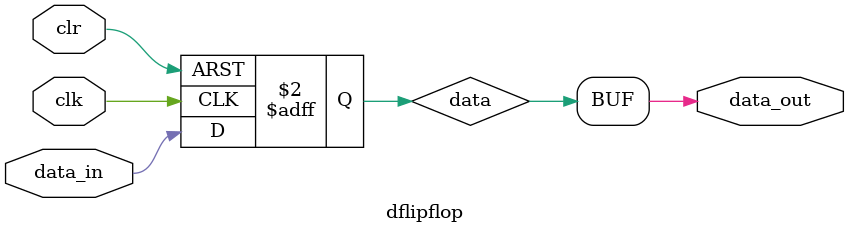
<source format=v>
module dflipflop (input clk, clr,input data_in, output data_out);

    reg data;

    always @(posedge clk, posedge clr) begin
        if (clr)
            data <= 1'b0;
        else
            data <= data_in;
    end

    assign data_out = data;

endmodule



</source>
